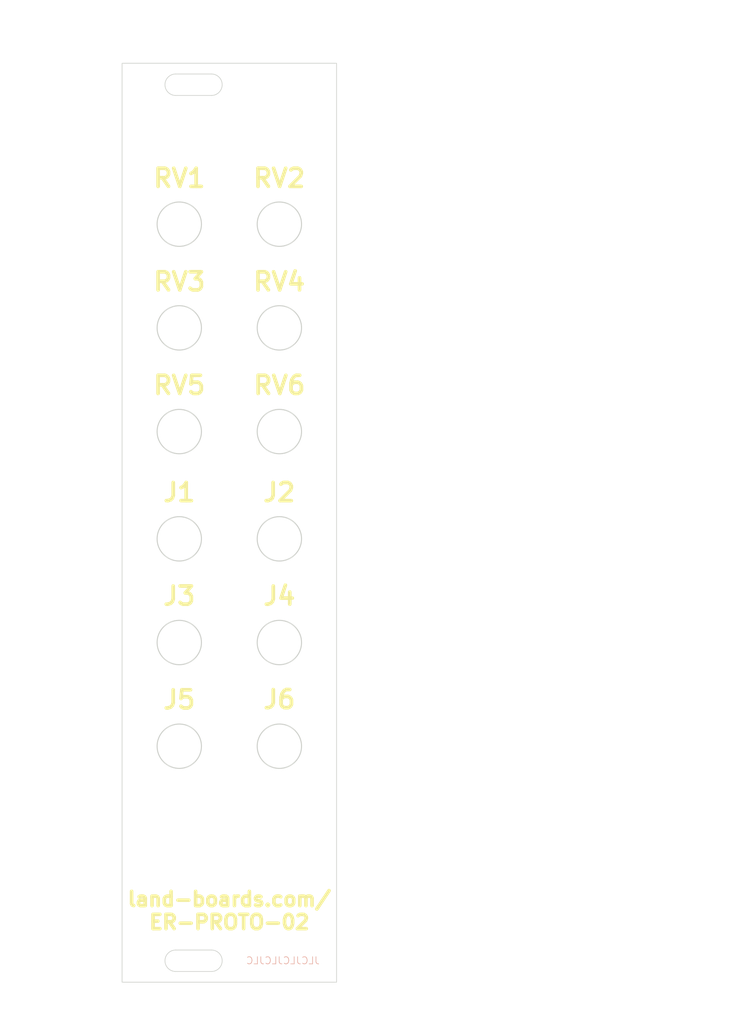
<source format=kicad_pcb>
(kicad_pcb (version 20211014) (generator pcbnew)

  (general
    (thickness 1.6)
  )

  (paper "A")
  (title_block
    (title "ER-PROTO-02")
    (date "2022-10-28")
    (rev "1")
    (company "LAND BOARDS, LLC")
  )

  (layers
    (0 "F.Cu" signal)
    (31 "B.Cu" signal)
    (32 "B.Adhes" user "B.Adhesive")
    (33 "F.Adhes" user "F.Adhesive")
    (34 "B.Paste" user)
    (35 "F.Paste" user)
    (36 "B.SilkS" user "B.Silkscreen")
    (37 "F.SilkS" user "F.Silkscreen")
    (38 "B.Mask" user)
    (39 "F.Mask" user)
    (40 "Dwgs.User" user "User.Drawings")
    (41 "Cmts.User" user "User.Comments")
    (42 "Eco1.User" user "User.Eco1")
    (43 "Eco2.User" user "User.Eco2")
    (44 "Edge.Cuts" user)
    (45 "Margin" user)
    (46 "B.CrtYd" user "B.Courtyard")
    (47 "F.CrtYd" user "F.Courtyard")
    (48 "B.Fab" user)
    (49 "F.Fab" user)
    (50 "User.1" user)
    (51 "User.2" user)
    (52 "User.3" user)
    (53 "User.4" user)
    (54 "User.5" user)
    (55 "User.6" user)
    (56 "User.7" user)
    (57 "User.8" user)
    (58 "User.9" user)
  )

  (setup
    (stackup
      (layer "F.SilkS" (type "Top Silk Screen"))
      (layer "F.Paste" (type "Top Solder Paste"))
      (layer "F.Mask" (type "Top Solder Mask") (thickness 0.01))
      (layer "F.Cu" (type "copper") (thickness 0.035))
      (layer "dielectric 1" (type "core") (thickness 1.51) (material "FR4") (epsilon_r 4.5) (loss_tangent 0.02))
      (layer "B.Cu" (type "copper") (thickness 0.035))
      (layer "B.Mask" (type "Bottom Solder Mask") (thickness 0.01))
      (layer "B.Paste" (type "Bottom Solder Paste"))
      (layer "B.SilkS" (type "Bottom Silk Screen"))
      (copper_finish "None")
      (dielectric_constraints no)
    )
    (pad_to_mask_clearance 0)
    (aux_axis_origin 0 84)
    (pcbplotparams
      (layerselection 0x00010f0_ffffffff)
      (disableapertmacros false)
      (usegerberextensions true)
      (usegerberattributes true)
      (usegerberadvancedattributes true)
      (creategerberjobfile false)
      (svguseinch false)
      (svgprecision 6)
      (excludeedgelayer true)
      (plotframeref false)
      (viasonmask false)
      (mode 1)
      (useauxorigin false)
      (hpglpennumber 1)
      (hpglpenspeed 20)
      (hpglpendiameter 15.000000)
      (dxfpolygonmode true)
      (dxfimperialunits true)
      (dxfusepcbnewfont true)
      (psnegative false)
      (psa4output false)
      (plotreference true)
      (plotvalue true)
      (plotinvisibletext false)
      (sketchpadsonfab false)
      (subtractmaskfromsilk false)
      (outputformat 1)
      (mirror false)
      (drillshape 0)
      (scaleselection 1)
      (outputdirectory "PLOTS/")
    )
  )

  (net 0 "")

  (gr_rect (start 57.499988 0) (end 87.499988 128.5) (layer "Dwgs.User") (width 0.635) (fill none) (tstamp 05758af2-c02d-4d35-a234-54caff4f8a1d))
  (gr_line (start 79.499988 5) (end 79.499988 133) (layer "Dwgs.User") (width 0.15) (tstamp 3fda080e-f768-4619-ba3c-beddd1d2b960))
  (gr_line (start 65.499988 0) (end 65.499988 133.5) (layer "Dwgs.User") (width 0.15) (tstamp d4a84172-1f92-4cbb-b64f-86f2b666b9cc))
  (gr_circle (center 65.5 37) (end 68.6 37) (layer "Edge.Cuts") (width 0.15) (fill none) (tstamp 14f97d4c-4d00-4c34-99bf-2076f1cc6334))
  (gr_circle (center 65.5 66.5) (end 68.6 66.5) (layer "Edge.Cuts") (width 0.15) (fill none) (tstamp 1aa36e31-684d-46e0-b986-978c95587fbb))
  (gr_line (start 65 124) (end 70 124) (layer "Edge.Cuts") (width 0.1) (tstamp 2ab4e285-80ef-4098-93e3-671fb896f742))
  (gr_circle (center 79.5 81) (end 82.6 81) (layer "Edge.Cuts") (width 0.15) (fill none) (tstamp 46e2d4aa-fe68-4b8d-a9af-dbf8054cdafb))
  (gr_rect (start 57.5 0) (end 87.5 128.5) (layer "Edge.Cuts") (width 0.1) (fill none) (tstamp 5684e95c-6824-46cf-8e72-881178a51d31))
  (gr_line (start 65 127) (end 70 127) (layer "Edge.Cuts") (width 0.1) (tstamp 5805d656-927a-4296-aa49-a0ba3d7b6fe1))
  (gr_arc (start 65 4.5) (mid 63.5 3) (end 65 1.5) (layer "Edge.Cuts") (width 0.1) (tstamp 6d4680d6-df2d-480f-a6a4-c326cd29f6cc))
  (gr_circle (center 65.5 81) (end 68.6 81) (layer "Edge.Cuts") (width 0.15) (fill none) (tstamp 6ef8b72f-b13e-4e28-99e7-37f2c9e478ad))
  (gr_circle (center 79.499988 22.5) (end 82.599988 22.5) (layer "Edge.Cuts") (width 0.15) (fill none) (tstamp 70e8a7a5-f914-4a92-8c7a-229e7fd5a996))
  (gr_circle (center 65.5 95.5) (end 68.6 95.5) (layer "Edge.Cuts") (width 0.15) (fill none) (tstamp 79fdfeaf-90fa-4da5-8d68-bd0c46f09a4d))
  (gr_arc (start 70 1.5) (mid 71.5 3) (end 70 4.5) (layer "Edge.Cuts") (width 0.1) (tstamp 7b56934a-0312-4cbe-b24c-1c630881cbe4))
  (gr_arc (start 70 124) (mid 71.5 125.5) (end 70 127) (layer "Edge.Cuts") (width 0.1) (tstamp 925b0ad6-5413-4b16-a720-28e9e56ec287))
  (gr_arc (start 65 127) (mid 63.5 125.5) (end 65 124) (layer "Edge.Cuts") (width 0.1) (tstamp a0b9f050-1be7-488f-85b2-08f372f83ded))
  (gr_circle (center 65.5 51.5) (end 68.6 51.5) (layer "Edge.Cuts") (width 0.15) (fill none) (tstamp acc0b8e7-fe30-4488-b673-2664af1b414e))
  (gr_circle (center 79.5 37) (end 82.6 37) (layer "Edge.Cuts") (width 0.15) (fill none) (tstamp b4d81bf1-f697-42d3-9701-936383a17adc))
  (gr_circle (center 79.5 66.5) (end 82.6 66.5) (layer "Edge.Cuts") (width 0.15) (fill none) (tstamp b71fe47b-b23d-450b-8200-2f35ab3f818a))
  (gr_line (start 65 1.5) (end 70 1.5) (layer "Edge.Cuts") (width 0.1) (tstamp c9abd8e7-9bac-4f32-b61e-7ee03ea544b5))
  (gr_line (start 65 4.5) (end 70 4.5) (layer "Edge.Cuts") (width 0.1) (tstamp dfe9e57c-b62e-4af1-bb1b-a03cd7a96f62))
  (gr_circle (center 65.5 22.5) (end 68.6 22.5) (layer "Edge.Cuts") (width 0.15) (fill none) (tstamp e91dc35f-5a5d-4c63-99e4-0566dc20f961))
  (gr_circle (center 79.5 51.5) (end 82.6 51.5) (layer "Edge.Cuts") (width 0.15) (fill none) (tstamp eaced85f-cd27-44ca-9b54-4cd65b584d10))
  (gr_circle (center 79.5 95.5) (end 82.6 95.5) (layer "Edge.Cuts") (width 0.15) (fill none) (tstamp fce50298-0526-48a8-bde5-1b581332a77e))
  (gr_text "JLCJLCJLCJLC" (at 80 125.476) (layer "B.SilkS") (tstamp 1920062c-2877-4d84-82b2-3e202cd3b02a)
    (effects (font (size 1 1) (thickness 0.1)) (justify mirror))
  )
  (gr_text "RV2" (at 79.475988 16.066) (layer "F.SilkS") (tstamp 0932daf5-053b-464b-bc20-4d6ccf3ec231)
    (effects (font (size 2.54 2.54) (thickness 0.508)))
  )
  (gr_text "land-boards.com/\nER-PROTO-02" (at 72.5 118.5) (layer "F.SilkS") (tstamp 2142cda5-dc3e-41fd-8068-c43d31949145)
    (effects (font (size 2 2) (thickness 0.5)))
  )
  (gr_text "RV1" (at 65.505988 16.066) (layer "F.SilkS") (tstamp 23dd8768-ce3b-4761-ab9c-b4befe4f7095)
    (effects (font (size 2.54 2.54) (thickness 0.508)))
  )
  (gr_text "RV6" (at 79.5 45.022) (layer "F.SilkS") (tstamp 60ee8891-6fb7-413c-92ca-a3179aef2cb8)
    (effects (font (size 2.54 2.54) (thickness 0.508)))
  )
  (gr_text "J4" (at 79.5 74.486) (layer "F.SilkS") (tstamp 655549fe-9f0a-4ded-b820-c2d9f8490094)
    (effects (font (size 2.54 2.54) (thickness 0.508)))
  )
  (gr_text "J6" (at 79.5 88.964) (layer "F.SilkS") (tstamp 6e08961d-a3ec-4f0c-8a43-7914937784a0)
    (effects (font (size 2.54 2.54) (thickness 0.508)))
  )
  (gr_text "RV4" (at 79.475988 30.544) (layer "F.SilkS") (tstamp 78dbcbbc-0780-47f2-87d2-df82ba28e13b)
    (effects (font (size 2.54 2.54) (thickness 0.508)))
  )
  (gr_text "RV3" (at 65.505988 30.544) (layer "F.SilkS") (tstamp 89a9924f-f07b-439c-b7b5-6b8a9a3811c3)
    (effects (font (size 2.54 2.54) (thickness 0.508)))
  )
  (gr_text "RV5" (at 65.499994 45.022) (layer "F.SilkS") (tstamp 9bc1f6dc-b95d-4a04-82db-2edc775f093a)
    (effects (font (size 2.54 2.54) (thickness 0.508)))
  )
  (gr_text "J5" (at 65.5 89) (layer "F.SilkS") (tstamp a09b9fed-16df-4c2e-84b7-889628150725)
    (effects (font (size 2.54 2.54) (thickness 0.508)))
  )
  (gr_text "J1" (at 65.505988 60.008) (layer "F.SilkS") (tstamp bf792535-d43c-4b07-a996-af9ea30bb717)
    (effects (font (size 2.54 2.54) (thickness 0.508)))
  )
  (gr_text "J2" (at 79.475988 60.008) (layer "F.SilkS") (tstamp c918998a-1553-4116-a9d9-33e436cd1d14)
    (effects (font (size 2.54 2.54) (thickness 0.508)))
  )
  (gr_text "J3" (at 65.5 74.486) (layer "F.SilkS") (tstamp fa12169a-8630-482a-b737-70c5479f6ce7)
    (effects (font (size 2.54 2.54) (thickness 0.508)))
  )
  (dimension (type aligned) (layer "Dwgs.User") (tstamp 199c3409-94cd-4099-a8e4-29483915ac37)
    (pts (xy 40 66.5) (xy 40 51.5))
    (height 92)
    (gr_text "15.0 mm" (at 130.85 59 90) (layer "Dwgs.User") (tstamp 199c3409-94cd-4099-a8e4-29483915ac37)
      (effects (font (size 1 1) (thickness 0.15)))
    )
    (format (units 2) (units_format 1) (precision 1))
    (style (thickness 0.15) (arrow_length 1.27) (text_position_mode 0) (extension_height 0.58642) (extension_offset 0.5) keep_text_aligned)
  )
  (dimension (type aligned) (layer "Dwgs.User") (tstamp 1e8e31b8-2adb-4bd3-a765-99e1c421fc7c)
    (pts (xy 105.5 120.5) (xy 119.5 120.5))
    (height -123.500004)
    (gr_text "14.0 mm" (at 112.5 -4.150004) (layer "Dwgs.User") (tstamp 1e8e31b8-2adb-4bd3-a765-99e1c421fc7c)
      (effects (font (size 1 1) (thickness 0.15)))
    )
    (format (units 2) (units_format 1) (precision 1))
    (style (thickness 0.15) (arrow_length 1.27) (text_position_mode 0) (extension_height 0.58642) (extension_offset 0.5) keep_text_aligned)
  )
  (dimension (type aligned) (layer "Dwgs.User") (tstamp 1f89f15a-97ee-41bb-9159-f60d60768b23)
    (pts (xy 57.499984 128.499997) (xy 63.999988 128.5))
    (height 4.000003)
    (gr_text "6.5 mm" (at 60.749984 131.350001 359.9999824) (layer "Dwgs.User") (tstamp 1f89f15a-97ee-41bb-9159-f60d60768b23)
      (effects (font (size 1 1) (thickness 0.15)))
    )
    (format (units 2) (units_format 1) (precision 1))
    (style (thickness 0.15) (arrow_length 1.27) (text_position_mode 0) (extension_height 0.58642) (extension_offset 0.5) keep_text_aligned)
  )
  (dimension (type aligned) (layer "Dwgs.User") (tstamp 22a0c28d-811c-493d-bdfa-ac6466af4ed9)
    (pts (xy 63.999986 128.5) (xy 79.499988 128.5))
    (height 4.000003)
    (gr_text "15.5 mm" (at 71.749987 131.350003) (layer "Dwgs.User") (tstamp 22a0c28d-811c-493d-bdfa-ac6466af4ed9)
      (effects (font (size 1 1) (thickness 0.15)))
    )
    (format (units 2) (units_format 1) (precision 1))
    (style (thickness 0.15) (arrow_length 1.27) (text_position_mode 0) (extension_height 0.58642) (extension_offset 0.5) keep_text_aligned)
  )
  (dimension (type aligned) (layer "Dwgs.User") (tstamp 2557b651-99f6-4f74-bdf6-1272512ec449)
    (pts (xy 126.5 110) (xy 126.5 108))
    (height 5.5)
    (gr_text "2.0 mm" (at 134 108.5 90) (layer "Dwgs.User") (tstamp 2557b651-99f6-4f74-bdf6-1272512ec449)
      (effects (font (size 1 1) (thickness 0.15)))
    )
    (format (units 3) (units_format 1) (precision 1))
    (style (thickness 0.15) (arrow_length 1.27) (text_position_mode 2) (extension_height 0.58642) (extension_offset 0.5) keep_text_aligned)
  )
  (dimension (type aligned) (layer "Dwgs.User") (tstamp 260f5ec4-066f-49d2-bb20-6c8f3bdcdda7)
    (pts (xy 126.5 110) (xy 126.5 10))
    (height 11)
    (gr_text "100.0 mm" (at 136.35 60 90) (layer "Dwgs.User") (tstamp 260f5ec4-066f-49d2-bb20-6c8f3bdcdda7)
      (effects (font (size 1 1) (thickness 0.15)))
    )
    (format (units 2) (units_format 1) (precision 1))
    (style (thickness 0.15) (arrow_length 1.27) (text_position_mode 0) (extension_height 0.58642) (extension_offset 0.5) keep_text_aligned)
  )
  (dimension (type aligned) (layer "Dwgs.User") (tstamp 262a68fd-a323-4127-b4a8-c48017beeede)
    (pts (xy 87.499988 66.5) (xy 87.499988 61.5))
    (height -33.5)
    (gr_text "5.0 mm" (at 52.849988 64 90) (layer "Dwgs.User") (tstamp 262a68fd-a323-4127-b4a8-c48017beeede)
      (effects (font (size 1 1) (thickness 0.15)))
    )
    (format (units 2) (units_format 1) (precision 1))
    (style (thickness 0.15) (arrow_length 1.27) (text_position_mode 0) (extension_height 0.58642) (extension_offset 0.5) keep_text_aligned)
  )
  (dimension (type aligned) (layer "Dwgs.User") (tstamp 2a98a16f-739e-4364-8dab-20dfe5ff5952)
    (pts (xy 40 128.5) (xy 40 118.5))
    (height 90)
    (gr_text "10.0000 mm" (at 128.85 123.5 90) (layer "Dwgs.User") (tstamp 2a98a16f-739e-4364-8dab-20dfe5ff5952)
      (effects (font (size 1 1) (thickness 0.15)))
    )
    (format (units 3) (units_format 1) (precision 4))
    (style (thickness 0.15) (arrow_length 1.27) (text_position_mode 0) (extension_height 0.58642) (extension_offset 0.5) keep_text_aligned)
  )
  (dimension (type aligned) (layer "Dwgs.User") (tstamp 2d545f9f-e304-433d-8d63-6a014edd384d)
    (pts (xy 57.499988 129) (xy 65.499988 129))
    (height -131.5)
    (gr_text "8.0 mm" (at 61.499988 -3.65) (layer "Dwgs.User") (tstamp 2d545f9f-e304-433d-8d63-6a014edd384d)
      (effects (font (size 1 1) (thickness 0.15)))
    )
    (format (units 2) (units_format 1) (precision 1))
    (style (thickness 0.15) (arrow_length 1.27) (text_position_mode 0) (extension_height 0.58642) (extension_offset 0.5) keep_text_aligned)
  )
  (dimension (type aligned) (layer "Dwgs.User") (tstamp 3560ba19-80a6-48c9-95f9-15bd6ad96580)
    (pts (xy 87.499988 37) (xy 87.499988 32))
    (height -33.5)
    (gr_text "5.0 mm" (at 52.849988 34.5 90) (layer "Dwgs.User") (tstamp 3560ba19-80a6-48c9-95f9-15bd6ad96580)
      (effects (font (size 1 1) (thickness 0.15)))
    )
    (format (units 2) (units_format 1) (precision 1))
    (style (thickness 0.15) (arrow_length 1.27) (text_position_mode 0) (extension_height 0.58642) (extension_offset 0.5) keep_text_aligned)
  )
  (dimension (type aligned) (layer "Dwgs.User") (tstamp 3e23d59c-99c5-4c4f-a319-6c20ca950f6e)
    (pts (xy 40 81) (xy 40 66.5))
    (height 92)
    (gr_text "14.5 mm" (at 132 73.75 90) (layer "Dwgs.User") (tstamp 3e23d59c-99c5-4c4f-a319-6c20ca950f6e)
      (effects (font (size 1 1) (thickness 0.15)))
    )
    (format (units 2) (units_format 1) (precision 1))
    (style (thickness 0.15) (arrow_length 1.27) (text_position_mode 1) (extension_height 0.58642) (extension_offset 0.5) keep_text_aligned)
  )
  (dimension (type aligned) (layer "Dwgs.User") (tstamp 455e15ba-4f91-4e6b-83b5-3edcf6c7fb38)
    (pts (xy 57.999988 128.499997) (xy 57.999992 125.5))
    (height 33.5)
    (gr_text "3.0 mm" (at 91.499992 133.500012 89.99992361) (layer "Dwgs.User") (tstamp 455e15ba-4f91-4e6b-83b5-3edcf6c7fb38)
      (effects (font (size 1 1) (thickness 0.15)))
    )
    (format (units 2) (units_format 1) (precision 1))
    (style (thickness 0.15) (arrow_length 1.27) (text_position_mode 2) (extension_height 0.58642) (extension_offset 0.5) keep_text_aligned)
  )
  (dimension (type aligned) (layer "Dwgs.User") (tstamp 478950a9-b032-4b70-ba80-48040033542a)
    (pts (xy 40 108) (xy 40 95.5))
    (height 92)
    (gr_text "12.5 mm" (at 132 101.75 90) (layer "Dwgs.User") (tstamp 478950a9-b032-4b70-ba80-48040033542a)
      (effects (font (size 1 1) (thickness 0.15)))
    )
    (format (units 2) (units_format 1) (precision 1))
    (style (thickness 0.15) (arrow_length 1.27) (text_position_mode 1) (extension_height 0.58642) (extension_offset 0.5) keep_text_aligned)
  )
  (dimension (type aligned) (layer "Dwgs.User") (tstamp 503c6bff-ffde-4d49-8717-a0634efd564a)
    (pts (xy 65.499988 128.5) (xy 79.499988 128.5))
    (height -131)
    (gr_text "14.0 mm" (at 72.499988 -3.65) (layer "Dwgs.User") (tstamp 503c6bff-ffde-4d49-8717-a0634efd564a)
      (effects (font (size 1 1) (thickness 0.15)))
    )
    (format (units 2) (units_format 1) (precision 1))
    (style (thickness 0.15) (arrow_length 1.27) (text_position_mode 0) (extension_height 0.58642) (extension_offset 0.5) keep_text_aligned)
  )
  (dimension (type aligned) (layer "Dwgs.User") (tstamp 66f81827-39d6-4703-b9cf-f21912c59b15)
    (pts (xy 40 37) (xy 40 22.5))
    (height 92)
    (gr_text "14.5 mm" (at 130.85 29.75 90) (layer "Dwgs.User") (tstamp 66f81827-39d6-4703-b9cf-f21912c59b15)
      (effects (font (size 1 1) (thickness 0.15)))
    )
    (format (units 2) (units_format 1) (precision 1))
    (style (thickness 0.15) (arrow_length 1.27) (text_position_mode 0) (extension_height 0.58642) (extension_offset 0.5) keep_text_aligned)
  )
  (dimension (type aligned) (layer "Dwgs.User") (tstamp 6d06ac8a-1eaa-4729-8e1b-f5f986af5b4a)
    (pts (xy 40 0) (xy 40 10))
    (height -92)
    (gr_text "10.0 mm" (at 130.85 5 90) (layer "Dwgs.User") (tstamp 6d06ac8a-1eaa-4729-8e1b-f5f986af5b4a)
      (effects (font (size 1 1) (thickness 0.15)))
    )
    (format (units 2) (units_format 1) (precision 1))
    (style (thickness 0.15) (arrow_length 1.27) (text_position_mode 0) (extension_height 0.58642) (extension_offset 0.5) keep_text_aligned)
  )
  (dimension (type aligned) (layer "Dwgs.User") (tstamp 734a1cd4-53b4-40d0-aded-9694621a9013)
    (pts (xy 87.499988 81) (xy 87.499988 76))
    (height -33.5)
    (gr_text "5.0 mm" (at 52.849988 78.5 90) (layer "Dwgs.User") (tstamp 734a1cd4-53b4-40d0-aded-9694621a9013)
      (effects (font (size 1 1) (thickness 0.15)))
    )
    (format (units 2) (units_format 1) (precision 1))
    (style (thickness 0.15) (arrow_length 1.27) (text_position_mode 0) (extension_height 0.58642) (extension_offset 0.5) keep_text_aligned)
  )
  (dimension (type aligned) (layer "Dwgs.User") (tstamp 8b8fef52-f161-4c9b-8c8a-4c27386ac642)
    (pts (xy 40 128.5) (xy 40 110))
    (height 97.5)
    (gr_text "18.5000 mm" (at 136.35 119.25 90) (layer "Dwgs.User") (tstamp 8b8fef52-f161-4c9b-8c8a-4c27386ac642)
      (effects (font (size 1 1) (thickness 0.15)))
    )
    (format (units 3) (units_format 1) (precision 4))
    (style (thickness 0.15) (arrow_length 1.27) (text_position_mode 0) (extension_height 0.58642) (extension_offset 0.5) keep_text_aligned)
  )
  (dimension (type aligned) (layer "Dwgs.User") (tstamp 96749ddd-b33a-4ee3-8e8c-f3540da89a6b)
    (pts (xy 57.499984 0) (xy 87.5 0))
    (height -7)
    (gr_text "30.0 mm" (at 72.499992 -7) (layer "Dwgs.User") (tstamp 96749ddd-b33a-4ee3-8e8c-f3540da89a6b)
      (effects (font (size 1 1) (thickness 0.15)))
    )
    (format (units 2) (units_format 1) (precision 1))
    (style (thickness 0.15) (arrow_length 1.27) (text_position_mode 1) (extension_height 0.58642) (extension_offset 0.5) keep_text_aligned)
  )
  (dimension (type aligned) (layer "Dwgs.User") (tstamp 9b4e1ad6-c996-4783-b230-740c41abc989)
    (pts (xy 57.499984 0) (xy 57.499984 3))
    (height -33.406004)
    (gr_text "3.0 mm" (at 89.755988 1.5 90) (layer "Dwgs.User") (tstamp 9b4e1ad6-c996-4783-b230-740c41abc989)
      (effects (font (size 1 1) (thickness 0.15)))
    )
    (format (units 2) (units_format 1) (precision 1))
    (style (thickness 0.15) (arrow_length 1.27) (text_position_mode 0) (extension_height 0.58642) (extension_offset 0.5) keep_text_aligned)
  )
  (dimension (type aligned) (layer "Dwgs.User") (tstamp 9c7418f0-4334-40bc-b380-c758c7809159)
    (pts (xy 70 128.5) (xy 70 0))
    (height 72.24)
    (gr_text "128.5 mm" (at 141.09 64.25 90) (layer "Dwgs.User") (tstamp 9c7418f0-4334-40bc-b380-c758c7809159)
      (effects (font (size 1 1) (thickness 0.15)))
    )
    (format (units 2) (units_format 1) (precision 1))
    (style (thickness 0.15) (arrow_length 1.27) (text_position_mode 0) (extension_height 0.58642) (extension_offset 0.5) keep_text_aligned)
  )
  (dimension (type aligned) (layer "Dwgs.User") (tstamp a1edb351-b615-4411-8789-9a3ea49b6ee9)
    (pts (xy 87.499988 95.5) (xy 87.499988 90.5))
    (height -33.5)
    (gr_text "5.0 mm" (at 52.849988 93 90) (layer "Dwgs.User") (tstamp a1edb351-b615-4411-8789-9a3ea49b6ee9)
      (effects (font (size 1 1) (thickness 0.15)))
    )
    (format (units 2) (units_format 1) (precision 1))
    (style (thickness 0.15) (arrow_length 1.27) (text_position_mode 0) (extension_height 0.58642) (extension_offset 0.5) keep_text_aligned)
  )
  (dimension (type aligned) (layer "Dwgs.User") (tstamp a60a568c-c304-4df5-aa86-d0e19f3bc54d)
    (pts (xy 79.499988 129) (xy 87.499988 129))
    (height -131.5)
    (gr_text "8.0 mm" (at 83.499988 -3.65) (layer "Dwgs.User") (tstamp a60a568c-c304-4df5-aa86-d0e19f3bc54d)
      (effects (font (size 1 1) (thickness 0.15)))
    )
    (format (units 2) (units_format 1) (precision 1))
    (style (thickness 0.15) (arrow_length 1.27) (text_position_mode 0) (extension_height 0.58642) (extension_offset 0.5) keep_text_aligned)
  )
  (dimension (type aligned) (layer "Dwgs.User") (tstamp b22f29f2-0bcd-4d17-8b2a-59f72f75b499)
    (pts (xy 40 51.5) (xy 40 37))
    (height 92)
    (gr_text "14.5 mm" (at 130.85 44.25 90) (layer "Dwgs.User") (tstamp b22f29f2-0bcd-4d17-8b2a-59f72f75b499)
      (effects (font (size 1 1) (thickness 0.15)))
    )
    (format (units 2) (units_format 1) (precision 1))
    (style (thickness 0.15) (arrow_length 1.27) (text_position_mode 0) (extension_height 0.58642) (extension_offset 0.5) keep_text_aligned)
  )
  (dimension (type aligned) (layer "Dwgs.User") (tstamp c1cc34fa-a0c5-4634-accc-e34975da571a)
    (pts (xy 119.5 120) (xy 126.5 120.000004))
    (height -123.000004)
    (gr_text "7.0 mm" (at 123.00007 -3.000002 359.9999673) (layer "Dwgs.User") (tstamp c1cc34fa-a0c5-4634-accc-e34975da571a)
      (effects (font (size 1 1) (thickness 0.15)))
    )
    (format (units 2) (units_format 1) (precision 1))
    (style (thickness 0.15) (arrow_length 1.27) (text_position_mode 1) (extension_height 0.58642) (extension_offset 0.5) keep_text_aligned)
  )
  (dimension (type aligned) (layer "Dwgs.User") (tstamp cc17f78e-e02f-442e-b01b-2ac117f36412)
    (pts (xy 40 22.5) (xy 40 10))
    (height 92)
    (gr_text "12.5 mm" (at 130.85 16.25 90) (layer "Dwgs.User") (tstamp cc17f78e-e02f-442e-b01b-2ac117f36412)
      (effects (font (size 1 1) (thickness 0.15)))
    )
    (format (units 2) (units_format 1) (precision 1))
    (style (thickness 0.15) (arrow_length 1.27) (text_position_mode 0) (extension_height 0.58642) (extension_offset 0.5) keep_text_aligned)
  )
  (dimension (type aligned) (layer "Dwgs.User") (tstamp d782cc9a-fa81-4208-aaa3-c39805dad7a3)
    (pts (xy 40 95.5) (xy 40 81))
    (height 92)
    (gr_text "14.5 mm" (at 132 88.25 90) (layer "Dwgs.User") (tstamp d782cc9a-fa81-4208-aaa3-c39805dad7a3)
      (effects (font (size 1 1) (thickness 0.15)))
    )
    (format (units 2) (units_format 1) (precision 1))
    (style (thickness 0.15) (arrow_length 1.27) (text_position_mode 1) (extension_height 0.58642) (extension_offset 0.5) keep_text_aligned)
  )
  (dimension (type aligned) (layer "Dwgs.User") (tstamp e1ab2dfe-99cc-4edf-b09a-c44c5e94492b)
    (pts (xy 87.499988 22.5) (xy 87.499988 17.5))
    (height -33.5)
    (gr_text "5.0 mm" (at 52.849988 20 90) (layer "Dwgs.User") (tstamp e1ab2dfe-99cc-4edf-b09a-c44c5e94492b)
      (effects (font (size 1 1) (thickness 0.15)))
    )
    (format (units 2) (units_format 1) (precision 1))
    (style (thickness 0.15) (arrow_length 1.27) (text_position_mode 0) (extension_height 0.58642) (extension_offset 0.5) keep_text_aligned)
  )
  (dimension (type aligned) (layer "Dwgs.User") (tstamp e57daa1d-ee15-41b6-a021-7cbb10c7c326)
    (pts (xy 126.5 9.500004) (xy 124 9.500004))
    (height -106.999996)
    (gr_text "2.5 mm" (at 125.25 115.35) (layer "Dwgs.User") (tstamp e57daa1d-ee15-41b6-a021-7cbb10c7c326)
      (effects (font (size 1 1) (thickness 0.15)))
    )
    (format (units 2) (units_format 1) (precision 1))
    (style (thickness 0.15) (arrow_length 1.27) (text_position_mode 0) (extension_height 0.58642) (extension_offset 0.5) keep_text_aligned)
  )
  (dimension (type aligned) (layer "Dwgs.User") (tstamp ea3559cc-5243-4772-8068-9b66a6b331e1)
    (pts (xy 98.5 120.500004) (xy 105.5 120.5))
    (height -123.5)
    (gr_text "7.0 mm" (at 101.999929 -4.149998 3.274044543e-05) (layer "Dwgs.User") (tstamp ea3559cc-5243-4772-8068-9b66a6b331e1)
      (effects (font (size 1 1) (thickness 0.15)))
    )
    (format (units 2) (units_format 1) (precision 1))
    (style (thickness 0.15) (arrow_length 1.27) (text_position_mode 0) (extension_height 0.58642) (extension_offset 0.5) keep_text_aligned)
  )
  (dimension (type aligned) (layer "Dwgs.User") (tstamp ee52ed9a-fe21-45b1-a428-83501c475943)
    (pts (xy 98.5 13.500004) (xy 126.5 13.500004))
    (height -21.500004)
    (gr_text "28.0 mm" (at 112.5 -8) (layer "Dwgs.User") (tstamp ee52ed9a-fe21-45b1-a428-83501c475943)
      (effects (font (size 1 1) (thickness 0.15)))
    )
    (format (units 2) (units_format 1) (precision 1))
    (style (thickness 0.15) (arrow_length 1.27) (text_position_mode 1) (extension_height 0.58642) (extension_offset 0.5) keep_text_aligned)
  )
  (dimension (type aligned) (layer "Dwgs.User") (tstamp ef196175-2a53-433c-9128-c88de3d518fc)
    (pts (xy 124 108) (xy 124 14.5))
    (height 11.5)
    (gr_text "93.5000 mm" (at 134.35 61.25 90) (layer "Dwgs.User") (tstamp ef196175-2a53-433c-9128-c88de3d518fc)
      (effects (font (size 1 1) (thickness 0.15)))
    )
    (format (units 3) (units_format 1) (precision 4))
    (style (thickness 0.15) (arrow_length 1.27) (text_position_mode 0) (extension_height 0.58642) (extension_offset 0.5) keep_text_aligned)
  )
  (dimension (type aligned) (layer "Dwgs.User") (tstamp f108bc70-f493-46b5-9d11-f6ee4daa9607)
    (pts (xy 87.499988 51.5) (xy 87.499988 46.5))
    (height -33.5)
    (gr_text "5.0 mm" (at 52.849988 49 90) (layer "Dwgs.User") (tstamp f108bc70-f493-46b5-9d11-f6ee4daa9607)
      (effects (font (size 1 1) (thickness 0.15)))
    )
    (format (units 2) (units_format 1) (precision 1))
    (style (thickness 0.15) (arrow_length 1.27) (text_position_mode 0) (extension_height 0.58642) (extension_offset 0.5) keep_text_aligned)
  )
  (dimension (type aligned) (layer "Dwgs.User") (tstamp f61aa9da-bdb0-4d24-a543-c14c297fb90b)
    (pts (xy 79.499988 128.5) (xy 87.5 128.499997))
    (height 4.000003)
    (gr_text "8.0 mm" (at 83.499995 131.350002 1.432392341e-05) (layer "Dwgs.User") (tstamp f61aa9da-bdb0-4d24-a543-c14c297fb90b)
      (effects (font (size 1 1) (thickness 0.15)))
    )
    (format (units 2) (units_format 1) (precision 1))
    (style (thickness 0.15) (arrow_length 1.27) (text_position_mode 0) (extension_height 0.58642) (extension_offset 0.5) keep_text_aligned)
  )

)

</source>
